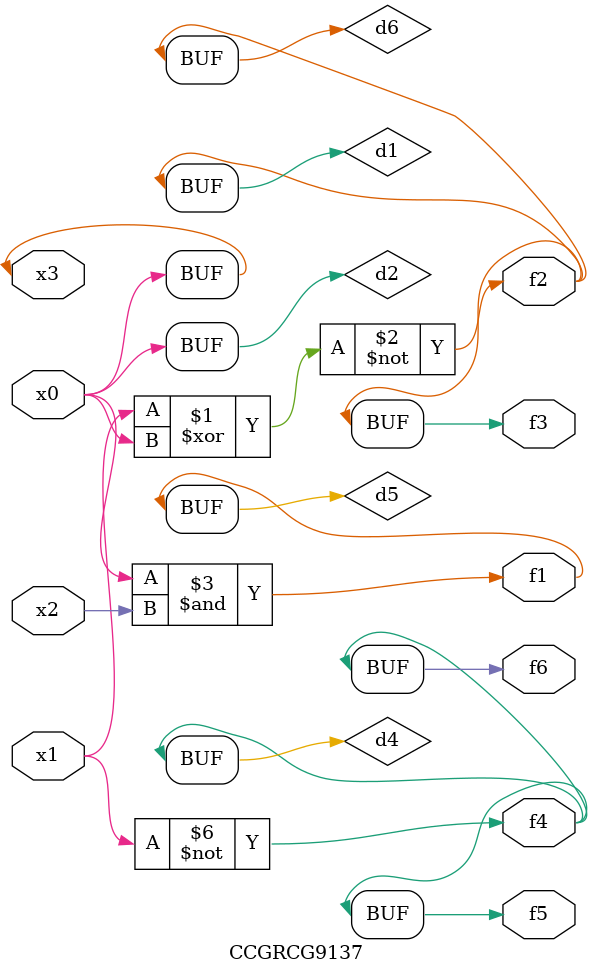
<source format=v>
module CCGRCG9137(
	input x0, x1, x2, x3,
	output f1, f2, f3, f4, f5, f6
);

	wire d1, d2, d3, d4, d5, d6;

	xnor (d1, x1, x3);
	buf (d2, x0, x3);
	nand (d3, x0, x2);
	not (d4, x1);
	nand (d5, d3);
	or (d6, d1);
	assign f1 = d5;
	assign f2 = d6;
	assign f3 = d6;
	assign f4 = d4;
	assign f5 = d4;
	assign f6 = d4;
endmodule

</source>
